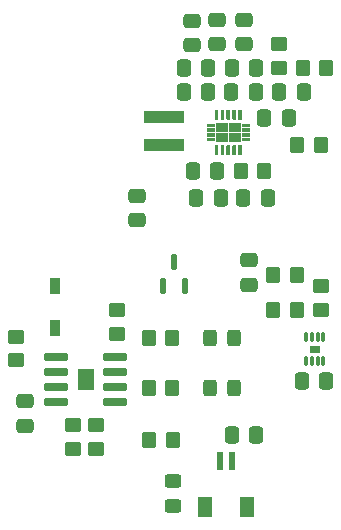
<source format=gtp>
%TF.GenerationSoftware,KiCad,Pcbnew,8.0.6*%
%TF.CreationDate,2025-06-09T20:20:09-07:00*%
%TF.ProjectId,ESP32_Clock_Gallery,45535033-325f-4436-9c6f-636b5f47616c,rev?*%
%TF.SameCoordinates,Original*%
%TF.FileFunction,Paste,Top*%
%TF.FilePolarity,Positive*%
%FSLAX46Y46*%
G04 Gerber Fmt 4.6, Leading zero omitted, Abs format (unit mm)*
G04 Created by KiCad (PCBNEW 8.0.6) date 2025-06-09 20:20:09*
%MOMM*%
%LPD*%
G01*
G04 APERTURE LIST*
G04 Aperture macros list*
%AMRoundRect*
0 Rectangle with rounded corners*
0 $1 Rounding radius*
0 $2 $3 $4 $5 $6 $7 $8 $9 X,Y pos of 4 corners*
0 Add a 4 corners polygon primitive as box body*
4,1,4,$2,$3,$4,$5,$6,$7,$8,$9,$2,$3,0*
0 Add four circle primitives for the rounded corners*
1,1,$1+$1,$2,$3*
1,1,$1+$1,$4,$5*
1,1,$1+$1,$6,$7*
1,1,$1+$1,$8,$9*
0 Add four rect primitives between the rounded corners*
20,1,$1+$1,$2,$3,$4,$5,0*
20,1,$1+$1,$4,$5,$6,$7,0*
20,1,$1+$1,$6,$7,$8,$9,0*
20,1,$1+$1,$8,$9,$2,$3,0*%
G04 Aperture macros list end*
%ADD10C,0.010000*%
%ADD11RoundRect,0.250000X-0.337500X-0.475000X0.337500X-0.475000X0.337500X0.475000X-0.337500X0.475000X0*%
%ADD12RoundRect,0.250000X-0.450000X0.350000X-0.450000X-0.350000X0.450000X-0.350000X0.450000X0.350000X0*%
%ADD13RoundRect,0.250000X-0.475000X0.337500X-0.475000X-0.337500X0.475000X-0.337500X0.475000X0.337500X0*%
%ADD14RoundRect,0.250000X0.337500X0.475000X-0.337500X0.475000X-0.337500X-0.475000X0.337500X-0.475000X0*%
%ADD15RoundRect,0.250000X-0.350000X-0.450000X0.350000X-0.450000X0.350000X0.450000X-0.350000X0.450000X0*%
%ADD16RoundRect,0.147500X0.147500X-0.502500X0.147500X0.502500X-0.147500X0.502500X-0.147500X-0.502500X0*%
%ADD17RoundRect,0.250000X0.450000X-0.350000X0.450000X0.350000X-0.450000X0.350000X-0.450000X-0.350000X0*%
%ADD18RoundRect,0.250000X0.350000X0.450000X-0.350000X0.450000X-0.350000X-0.450000X0.350000X-0.450000X0*%
%ADD19RoundRect,0.075000X-0.910000X-0.225000X0.910000X-0.225000X0.910000X0.225000X-0.910000X0.225000X0*%
%ADD20RoundRect,0.250000X-0.325000X-0.450000X0.325000X-0.450000X0.325000X0.450000X-0.325000X0.450000X0*%
%ADD21RoundRect,0.250000X0.475000X-0.337500X0.475000X0.337500X-0.475000X0.337500X-0.475000X-0.337500X0*%
%ADD22R,0.889000X1.473200*%
%ADD23RoundRect,0.250000X0.450000X-0.325000X0.450000X0.325000X-0.450000X0.325000X-0.450000X-0.325000X0*%
%ADD24R,0.600000X1.550000*%
%ADD25R,1.200000X1.800000*%
%ADD26R,3.400000X0.980000*%
%ADD27RoundRect,0.033750X0.101250X-0.346250X0.101250X0.346250X-0.101250X0.346250X-0.101250X-0.346250X0*%
G04 APERTURE END LIST*
D10*
X116990000Y-103665000D02*
X115700000Y-103665000D01*
X115700000Y-102025000D01*
X116990000Y-102025000D01*
X116990000Y-103665000D01*
G36*
X116990000Y-103665000D02*
G01*
X115700000Y-103665000D01*
X115700000Y-102025000D01*
X116990000Y-102025000D01*
X116990000Y-103665000D01*
G37*
X127240000Y-81440000D02*
X126640000Y-81440000D01*
X126640000Y-81210000D01*
X127240000Y-81210000D01*
X127240000Y-81440000D01*
G36*
X127240000Y-81440000D02*
G01*
X126640000Y-81440000D01*
X126640000Y-81210000D01*
X127240000Y-81210000D01*
X127240000Y-81440000D01*
G37*
X127240000Y-81840000D02*
X126640000Y-81840000D01*
X126640000Y-81610000D01*
X127240000Y-81610000D01*
X127240000Y-81840000D01*
G36*
X127240000Y-81840000D02*
G01*
X126640000Y-81840000D01*
X126640000Y-81610000D01*
X127240000Y-81610000D01*
X127240000Y-81840000D01*
G37*
X127240000Y-82240000D02*
X126640000Y-82240000D01*
X126640000Y-82010000D01*
X127240000Y-82010000D01*
X127240000Y-82240000D01*
G36*
X127240000Y-82240000D02*
G01*
X126640000Y-82240000D01*
X126640000Y-82010000D01*
X127240000Y-82010000D01*
X127240000Y-82240000D01*
G37*
X127240000Y-82640000D02*
X126640000Y-82640000D01*
X126640000Y-82410000D01*
X127240000Y-82410000D01*
X127240000Y-82640000D01*
G36*
X127240000Y-82640000D02*
G01*
X126640000Y-82640000D01*
X126640000Y-82410000D01*
X127240000Y-82410000D01*
X127240000Y-82640000D01*
G37*
X128290000Y-81815000D02*
X127390000Y-81815000D01*
X127390000Y-81165000D01*
X128290000Y-81165000D01*
X128290000Y-81815000D01*
G36*
X128290000Y-81815000D02*
G01*
X127390000Y-81815000D01*
X127390000Y-81165000D01*
X128290000Y-81165000D01*
X128290000Y-81815000D01*
G37*
X128290000Y-82685000D02*
X127390000Y-82685000D01*
X127390000Y-82035000D01*
X128290000Y-82035000D01*
X128290000Y-82685000D01*
G36*
X128290000Y-82685000D02*
G01*
X127390000Y-82685000D01*
X127390000Y-82035000D01*
X128290000Y-82035000D01*
X128290000Y-82685000D01*
G37*
X129410000Y-81815000D02*
X128510000Y-81815000D01*
X128510000Y-81165000D01*
X129410000Y-81165000D01*
X129410000Y-81815000D01*
G36*
X129410000Y-81815000D02*
G01*
X128510000Y-81815000D01*
X128510000Y-81165000D01*
X129410000Y-81165000D01*
X129410000Y-81815000D01*
G37*
X129410000Y-82685000D02*
X128510000Y-82685000D01*
X128510000Y-82035000D01*
X129410000Y-82035000D01*
X129410000Y-82685000D01*
G36*
X129410000Y-82685000D02*
G01*
X128510000Y-82685000D01*
X128510000Y-82035000D01*
X129410000Y-82035000D01*
X129410000Y-82685000D01*
G37*
X130160000Y-81440000D02*
X129560000Y-81440000D01*
X129560000Y-81210000D01*
X130160000Y-81210000D01*
X130160000Y-81440000D01*
G36*
X130160000Y-81440000D02*
G01*
X129560000Y-81440000D01*
X129560000Y-81210000D01*
X130160000Y-81210000D01*
X130160000Y-81440000D01*
G37*
X130160000Y-81840000D02*
X129560000Y-81840000D01*
X129560000Y-81610000D01*
X130160000Y-81610000D01*
X130160000Y-81840000D01*
G36*
X130160000Y-81840000D02*
G01*
X129560000Y-81840000D01*
X129560000Y-81610000D01*
X130160000Y-81610000D01*
X130160000Y-81840000D01*
G37*
X130160000Y-82240000D02*
X129560000Y-82240000D01*
X129560000Y-82010000D01*
X130160000Y-82010000D01*
X130160000Y-82240000D01*
G36*
X130160000Y-82240000D02*
G01*
X129560000Y-82240000D01*
X129560000Y-82010000D01*
X130160000Y-82010000D01*
X130160000Y-82240000D01*
G37*
X130160000Y-82640000D02*
X129560000Y-82640000D01*
X129560000Y-82410000D01*
X130160000Y-82410000D01*
X130160000Y-82640000D01*
G36*
X130160000Y-82640000D02*
G01*
X129560000Y-82640000D01*
X129560000Y-82410000D01*
X130160000Y-82410000D01*
X130160000Y-82640000D01*
G37*
X127515000Y-80710000D02*
X127515000Y-80716000D01*
X127516000Y-80722000D01*
X127515000Y-80729000D01*
X127515000Y-80736000D01*
X127514000Y-80743000D01*
X127513000Y-80749000D01*
X127511000Y-80756000D01*
X127509000Y-80762000D01*
X127507000Y-80768000D01*
X127505000Y-80775000D01*
X127502000Y-80781000D01*
X127498000Y-80787000D01*
X127495000Y-80792000D01*
X127491000Y-80798000D01*
X127487000Y-80803000D01*
X127483000Y-80808000D01*
X127478000Y-80813000D01*
X127473000Y-80818000D01*
X127468000Y-80822000D01*
X127463000Y-80826000D01*
X127457000Y-80830000D01*
X127452000Y-80833000D01*
X127446000Y-80837000D01*
X127440000Y-80840000D01*
X127433000Y-80842000D01*
X127427000Y-80844000D01*
X127421000Y-80846000D01*
X127414000Y-80848000D01*
X127408000Y-80849000D01*
X127400000Y-80850000D01*
X127392000Y-80849000D01*
X127386000Y-80848000D01*
X127379000Y-80846000D01*
X127373000Y-80844000D01*
X127367000Y-80842000D01*
X127360000Y-80840000D01*
X127354000Y-80837000D01*
X127348000Y-80833000D01*
X127343000Y-80830000D01*
X127337000Y-80826000D01*
X127332000Y-80822000D01*
X127327000Y-80818000D01*
X127322000Y-80813000D01*
X127317000Y-80808000D01*
X127313000Y-80803000D01*
X127309000Y-80798000D01*
X127305000Y-80792000D01*
X127302000Y-80787000D01*
X127298000Y-80781000D01*
X127295000Y-80775000D01*
X127293000Y-80768000D01*
X127291000Y-80762000D01*
X127289000Y-80756000D01*
X127287000Y-80749000D01*
X127286000Y-80743000D01*
X127285000Y-80736000D01*
X127285000Y-80729000D01*
X127284000Y-80722000D01*
X127285000Y-80716000D01*
X127285000Y-80710000D01*
X127285000Y-80050000D01*
X127515000Y-80050000D01*
X127515000Y-80710000D01*
G36*
X127515000Y-80710000D02*
G01*
X127515000Y-80716000D01*
X127516000Y-80722000D01*
X127515000Y-80729000D01*
X127515000Y-80736000D01*
X127514000Y-80743000D01*
X127513000Y-80749000D01*
X127511000Y-80756000D01*
X127509000Y-80762000D01*
X127507000Y-80768000D01*
X127505000Y-80775000D01*
X127502000Y-80781000D01*
X127498000Y-80787000D01*
X127495000Y-80792000D01*
X127491000Y-80798000D01*
X127487000Y-80803000D01*
X127483000Y-80808000D01*
X127478000Y-80813000D01*
X127473000Y-80818000D01*
X127468000Y-80822000D01*
X127463000Y-80826000D01*
X127457000Y-80830000D01*
X127452000Y-80833000D01*
X127446000Y-80837000D01*
X127440000Y-80840000D01*
X127433000Y-80842000D01*
X127427000Y-80844000D01*
X127421000Y-80846000D01*
X127414000Y-80848000D01*
X127408000Y-80849000D01*
X127400000Y-80850000D01*
X127392000Y-80849000D01*
X127386000Y-80848000D01*
X127379000Y-80846000D01*
X127373000Y-80844000D01*
X127367000Y-80842000D01*
X127360000Y-80840000D01*
X127354000Y-80837000D01*
X127348000Y-80833000D01*
X127343000Y-80830000D01*
X127337000Y-80826000D01*
X127332000Y-80822000D01*
X127327000Y-80818000D01*
X127322000Y-80813000D01*
X127317000Y-80808000D01*
X127313000Y-80803000D01*
X127309000Y-80798000D01*
X127305000Y-80792000D01*
X127302000Y-80787000D01*
X127298000Y-80781000D01*
X127295000Y-80775000D01*
X127293000Y-80768000D01*
X127291000Y-80762000D01*
X127289000Y-80756000D01*
X127287000Y-80749000D01*
X127286000Y-80743000D01*
X127285000Y-80736000D01*
X127285000Y-80729000D01*
X127284000Y-80722000D01*
X127285000Y-80716000D01*
X127285000Y-80710000D01*
X127285000Y-80050000D01*
X127515000Y-80050000D01*
X127515000Y-80710000D01*
G37*
X127408000Y-83001000D02*
X127414000Y-83002000D01*
X127421000Y-83004000D01*
X127427000Y-83006000D01*
X127433000Y-83008000D01*
X127440000Y-83010000D01*
X127446000Y-83013000D01*
X127452000Y-83017000D01*
X127457000Y-83020000D01*
X127463000Y-83024000D01*
X127468000Y-83028000D01*
X127473000Y-83032000D01*
X127478000Y-83037000D01*
X127483000Y-83042000D01*
X127487000Y-83047000D01*
X127491000Y-83052000D01*
X127495000Y-83058000D01*
X127498000Y-83063000D01*
X127502000Y-83069000D01*
X127505000Y-83075000D01*
X127507000Y-83082000D01*
X127509000Y-83088000D01*
X127511000Y-83094000D01*
X127513000Y-83101000D01*
X127514000Y-83107000D01*
X127515000Y-83114000D01*
X127515000Y-83121000D01*
X127516000Y-83128000D01*
X127515000Y-83134000D01*
X127515000Y-83140000D01*
X127515000Y-83800000D01*
X127285000Y-83800000D01*
X127285000Y-83140000D01*
X127285000Y-83134000D01*
X127284000Y-83128000D01*
X127285000Y-83121000D01*
X127285000Y-83114000D01*
X127286000Y-83107000D01*
X127287000Y-83101000D01*
X127289000Y-83094000D01*
X127291000Y-83088000D01*
X127293000Y-83082000D01*
X127295000Y-83075000D01*
X127298000Y-83069000D01*
X127302000Y-83063000D01*
X127305000Y-83058000D01*
X127309000Y-83052000D01*
X127313000Y-83047000D01*
X127317000Y-83042000D01*
X127322000Y-83037000D01*
X127327000Y-83032000D01*
X127332000Y-83028000D01*
X127337000Y-83024000D01*
X127343000Y-83020000D01*
X127348000Y-83017000D01*
X127354000Y-83013000D01*
X127360000Y-83010000D01*
X127367000Y-83008000D01*
X127373000Y-83006000D01*
X127379000Y-83004000D01*
X127386000Y-83002000D01*
X127392000Y-83001000D01*
X127400000Y-83000000D01*
X127408000Y-83001000D01*
G36*
X127408000Y-83001000D02*
G01*
X127414000Y-83002000D01*
X127421000Y-83004000D01*
X127427000Y-83006000D01*
X127433000Y-83008000D01*
X127440000Y-83010000D01*
X127446000Y-83013000D01*
X127452000Y-83017000D01*
X127457000Y-83020000D01*
X127463000Y-83024000D01*
X127468000Y-83028000D01*
X127473000Y-83032000D01*
X127478000Y-83037000D01*
X127483000Y-83042000D01*
X127487000Y-83047000D01*
X127491000Y-83052000D01*
X127495000Y-83058000D01*
X127498000Y-83063000D01*
X127502000Y-83069000D01*
X127505000Y-83075000D01*
X127507000Y-83082000D01*
X127509000Y-83088000D01*
X127511000Y-83094000D01*
X127513000Y-83101000D01*
X127514000Y-83107000D01*
X127515000Y-83114000D01*
X127515000Y-83121000D01*
X127516000Y-83128000D01*
X127515000Y-83134000D01*
X127515000Y-83140000D01*
X127515000Y-83800000D01*
X127285000Y-83800000D01*
X127285000Y-83140000D01*
X127285000Y-83134000D01*
X127284000Y-83128000D01*
X127285000Y-83121000D01*
X127285000Y-83114000D01*
X127286000Y-83107000D01*
X127287000Y-83101000D01*
X127289000Y-83094000D01*
X127291000Y-83088000D01*
X127293000Y-83082000D01*
X127295000Y-83075000D01*
X127298000Y-83069000D01*
X127302000Y-83063000D01*
X127305000Y-83058000D01*
X127309000Y-83052000D01*
X127313000Y-83047000D01*
X127317000Y-83042000D01*
X127322000Y-83037000D01*
X127327000Y-83032000D01*
X127332000Y-83028000D01*
X127337000Y-83024000D01*
X127343000Y-83020000D01*
X127348000Y-83017000D01*
X127354000Y-83013000D01*
X127360000Y-83010000D01*
X127367000Y-83008000D01*
X127373000Y-83006000D01*
X127379000Y-83004000D01*
X127386000Y-83002000D01*
X127392000Y-83001000D01*
X127400000Y-83000000D01*
X127408000Y-83001000D01*
G37*
X128015000Y-80710000D02*
X128015000Y-80716000D01*
X128016000Y-80722000D01*
X128015000Y-80729000D01*
X128015000Y-80736000D01*
X128014000Y-80743000D01*
X128013000Y-80749000D01*
X128011000Y-80756000D01*
X128009000Y-80762000D01*
X128007000Y-80768000D01*
X128005000Y-80775000D01*
X128002000Y-80781000D01*
X127998000Y-80787000D01*
X127995000Y-80792000D01*
X127991000Y-80798000D01*
X127987000Y-80803000D01*
X127983000Y-80808000D01*
X127978000Y-80813000D01*
X127973000Y-80818000D01*
X127968000Y-80822000D01*
X127963000Y-80826000D01*
X127957000Y-80830000D01*
X127952000Y-80833000D01*
X127946000Y-80837000D01*
X127940000Y-80840000D01*
X127933000Y-80842000D01*
X127927000Y-80844000D01*
X127921000Y-80846000D01*
X127914000Y-80848000D01*
X127908000Y-80849000D01*
X127900000Y-80850000D01*
X127892000Y-80849000D01*
X127886000Y-80848000D01*
X127879000Y-80846000D01*
X127873000Y-80844000D01*
X127867000Y-80842000D01*
X127860000Y-80840000D01*
X127854000Y-80837000D01*
X127848000Y-80833000D01*
X127843000Y-80830000D01*
X127837000Y-80826000D01*
X127832000Y-80822000D01*
X127827000Y-80818000D01*
X127822000Y-80813000D01*
X127817000Y-80808000D01*
X127813000Y-80803000D01*
X127809000Y-80798000D01*
X127805000Y-80792000D01*
X127802000Y-80787000D01*
X127798000Y-80781000D01*
X127795000Y-80775000D01*
X127793000Y-80768000D01*
X127791000Y-80762000D01*
X127789000Y-80756000D01*
X127787000Y-80749000D01*
X127786000Y-80743000D01*
X127785000Y-80736000D01*
X127785000Y-80729000D01*
X127784000Y-80722000D01*
X127785000Y-80716000D01*
X127785000Y-80710000D01*
X127785000Y-80050000D01*
X128015000Y-80050000D01*
X128015000Y-80710000D01*
G36*
X128015000Y-80710000D02*
G01*
X128015000Y-80716000D01*
X128016000Y-80722000D01*
X128015000Y-80729000D01*
X128015000Y-80736000D01*
X128014000Y-80743000D01*
X128013000Y-80749000D01*
X128011000Y-80756000D01*
X128009000Y-80762000D01*
X128007000Y-80768000D01*
X128005000Y-80775000D01*
X128002000Y-80781000D01*
X127998000Y-80787000D01*
X127995000Y-80792000D01*
X127991000Y-80798000D01*
X127987000Y-80803000D01*
X127983000Y-80808000D01*
X127978000Y-80813000D01*
X127973000Y-80818000D01*
X127968000Y-80822000D01*
X127963000Y-80826000D01*
X127957000Y-80830000D01*
X127952000Y-80833000D01*
X127946000Y-80837000D01*
X127940000Y-80840000D01*
X127933000Y-80842000D01*
X127927000Y-80844000D01*
X127921000Y-80846000D01*
X127914000Y-80848000D01*
X127908000Y-80849000D01*
X127900000Y-80850000D01*
X127892000Y-80849000D01*
X127886000Y-80848000D01*
X127879000Y-80846000D01*
X127873000Y-80844000D01*
X127867000Y-80842000D01*
X127860000Y-80840000D01*
X127854000Y-80837000D01*
X127848000Y-80833000D01*
X127843000Y-80830000D01*
X127837000Y-80826000D01*
X127832000Y-80822000D01*
X127827000Y-80818000D01*
X127822000Y-80813000D01*
X127817000Y-80808000D01*
X127813000Y-80803000D01*
X127809000Y-80798000D01*
X127805000Y-80792000D01*
X127802000Y-80787000D01*
X127798000Y-80781000D01*
X127795000Y-80775000D01*
X127793000Y-80768000D01*
X127791000Y-80762000D01*
X127789000Y-80756000D01*
X127787000Y-80749000D01*
X127786000Y-80743000D01*
X127785000Y-80736000D01*
X127785000Y-80729000D01*
X127784000Y-80722000D01*
X127785000Y-80716000D01*
X127785000Y-80710000D01*
X127785000Y-80050000D01*
X128015000Y-80050000D01*
X128015000Y-80710000D01*
G37*
X127908000Y-83001000D02*
X127914000Y-83002000D01*
X127921000Y-83004000D01*
X127927000Y-83006000D01*
X127933000Y-83008000D01*
X127940000Y-83010000D01*
X127946000Y-83013000D01*
X127952000Y-83017000D01*
X127957000Y-83020000D01*
X127963000Y-83024000D01*
X127968000Y-83028000D01*
X127973000Y-83032000D01*
X127978000Y-83037000D01*
X127983000Y-83042000D01*
X127987000Y-83047000D01*
X127991000Y-83052000D01*
X127995000Y-83058000D01*
X127998000Y-83063000D01*
X128002000Y-83069000D01*
X128005000Y-83075000D01*
X128007000Y-83082000D01*
X128009000Y-83088000D01*
X128011000Y-83094000D01*
X128013000Y-83101000D01*
X128014000Y-83107000D01*
X128015000Y-83114000D01*
X128015000Y-83121000D01*
X128016000Y-83128000D01*
X128015000Y-83134000D01*
X128015000Y-83140000D01*
X128015000Y-83800000D01*
X127785000Y-83800000D01*
X127785000Y-83140000D01*
X127785000Y-83134000D01*
X127784000Y-83128000D01*
X127785000Y-83121000D01*
X127785000Y-83114000D01*
X127786000Y-83107000D01*
X127787000Y-83101000D01*
X127789000Y-83094000D01*
X127791000Y-83088000D01*
X127793000Y-83082000D01*
X127795000Y-83075000D01*
X127798000Y-83069000D01*
X127802000Y-83063000D01*
X127805000Y-83058000D01*
X127809000Y-83052000D01*
X127813000Y-83047000D01*
X127817000Y-83042000D01*
X127822000Y-83037000D01*
X127827000Y-83032000D01*
X127832000Y-83028000D01*
X127837000Y-83024000D01*
X127843000Y-83020000D01*
X127848000Y-83017000D01*
X127854000Y-83013000D01*
X127860000Y-83010000D01*
X127867000Y-83008000D01*
X127873000Y-83006000D01*
X127879000Y-83004000D01*
X127886000Y-83002000D01*
X127892000Y-83001000D01*
X127900000Y-83000000D01*
X127908000Y-83001000D01*
G36*
X127908000Y-83001000D02*
G01*
X127914000Y-83002000D01*
X127921000Y-83004000D01*
X127927000Y-83006000D01*
X127933000Y-83008000D01*
X127940000Y-83010000D01*
X127946000Y-83013000D01*
X127952000Y-83017000D01*
X127957000Y-83020000D01*
X127963000Y-83024000D01*
X127968000Y-83028000D01*
X127973000Y-83032000D01*
X127978000Y-83037000D01*
X127983000Y-83042000D01*
X127987000Y-83047000D01*
X127991000Y-83052000D01*
X127995000Y-83058000D01*
X127998000Y-83063000D01*
X128002000Y-83069000D01*
X128005000Y-83075000D01*
X128007000Y-83082000D01*
X128009000Y-83088000D01*
X128011000Y-83094000D01*
X128013000Y-83101000D01*
X128014000Y-83107000D01*
X128015000Y-83114000D01*
X128015000Y-83121000D01*
X128016000Y-83128000D01*
X128015000Y-83134000D01*
X128015000Y-83140000D01*
X128015000Y-83800000D01*
X127785000Y-83800000D01*
X127785000Y-83140000D01*
X127785000Y-83134000D01*
X127784000Y-83128000D01*
X127785000Y-83121000D01*
X127785000Y-83114000D01*
X127786000Y-83107000D01*
X127787000Y-83101000D01*
X127789000Y-83094000D01*
X127791000Y-83088000D01*
X127793000Y-83082000D01*
X127795000Y-83075000D01*
X127798000Y-83069000D01*
X127802000Y-83063000D01*
X127805000Y-83058000D01*
X127809000Y-83052000D01*
X127813000Y-83047000D01*
X127817000Y-83042000D01*
X127822000Y-83037000D01*
X127827000Y-83032000D01*
X127832000Y-83028000D01*
X127837000Y-83024000D01*
X127843000Y-83020000D01*
X127848000Y-83017000D01*
X127854000Y-83013000D01*
X127860000Y-83010000D01*
X127867000Y-83008000D01*
X127873000Y-83006000D01*
X127879000Y-83004000D01*
X127886000Y-83002000D01*
X127892000Y-83001000D01*
X127900000Y-83000000D01*
X127908000Y-83001000D01*
G37*
X128515000Y-80710000D02*
X128515000Y-80716000D01*
X128516000Y-80722000D01*
X128515000Y-80729000D01*
X128515000Y-80736000D01*
X128514000Y-80743000D01*
X128513000Y-80749000D01*
X128511000Y-80756000D01*
X128509000Y-80762000D01*
X128507000Y-80768000D01*
X128505000Y-80775000D01*
X128502000Y-80781000D01*
X128498000Y-80787000D01*
X128495000Y-80792000D01*
X128491000Y-80798000D01*
X128487000Y-80803000D01*
X128483000Y-80808000D01*
X128478000Y-80813000D01*
X128473000Y-80818000D01*
X128468000Y-80822000D01*
X128463000Y-80826000D01*
X128457000Y-80830000D01*
X128452000Y-80833000D01*
X128446000Y-80837000D01*
X128440000Y-80840000D01*
X128433000Y-80842000D01*
X128427000Y-80844000D01*
X128421000Y-80846000D01*
X128414000Y-80848000D01*
X128408000Y-80849000D01*
X128400000Y-80850000D01*
X128392000Y-80849000D01*
X128386000Y-80848000D01*
X128379000Y-80846000D01*
X128373000Y-80844000D01*
X128367000Y-80842000D01*
X128360000Y-80840000D01*
X128354000Y-80837000D01*
X128348000Y-80833000D01*
X128343000Y-80830000D01*
X128337000Y-80826000D01*
X128332000Y-80822000D01*
X128327000Y-80818000D01*
X128322000Y-80813000D01*
X128317000Y-80808000D01*
X128313000Y-80803000D01*
X128309000Y-80798000D01*
X128305000Y-80792000D01*
X128302000Y-80787000D01*
X128298000Y-80781000D01*
X128295000Y-80775000D01*
X128293000Y-80768000D01*
X128291000Y-80762000D01*
X128289000Y-80756000D01*
X128287000Y-80749000D01*
X128286000Y-80743000D01*
X128285000Y-80736000D01*
X128285000Y-80729000D01*
X128284000Y-80722000D01*
X128285000Y-80716000D01*
X128285000Y-80710000D01*
X128285000Y-80050000D01*
X128515000Y-80050000D01*
X128515000Y-80710000D01*
G36*
X128515000Y-80710000D02*
G01*
X128515000Y-80716000D01*
X128516000Y-80722000D01*
X128515000Y-80729000D01*
X128515000Y-80736000D01*
X128514000Y-80743000D01*
X128513000Y-80749000D01*
X128511000Y-80756000D01*
X128509000Y-80762000D01*
X128507000Y-80768000D01*
X128505000Y-80775000D01*
X128502000Y-80781000D01*
X128498000Y-80787000D01*
X128495000Y-80792000D01*
X128491000Y-80798000D01*
X128487000Y-80803000D01*
X128483000Y-80808000D01*
X128478000Y-80813000D01*
X128473000Y-80818000D01*
X128468000Y-80822000D01*
X128463000Y-80826000D01*
X128457000Y-80830000D01*
X128452000Y-80833000D01*
X128446000Y-80837000D01*
X128440000Y-80840000D01*
X128433000Y-80842000D01*
X128427000Y-80844000D01*
X128421000Y-80846000D01*
X128414000Y-80848000D01*
X128408000Y-80849000D01*
X128400000Y-80850000D01*
X128392000Y-80849000D01*
X128386000Y-80848000D01*
X128379000Y-80846000D01*
X128373000Y-80844000D01*
X128367000Y-80842000D01*
X128360000Y-80840000D01*
X128354000Y-80837000D01*
X128348000Y-80833000D01*
X128343000Y-80830000D01*
X128337000Y-80826000D01*
X128332000Y-80822000D01*
X128327000Y-80818000D01*
X128322000Y-80813000D01*
X128317000Y-80808000D01*
X128313000Y-80803000D01*
X128309000Y-80798000D01*
X128305000Y-80792000D01*
X128302000Y-80787000D01*
X128298000Y-80781000D01*
X128295000Y-80775000D01*
X128293000Y-80768000D01*
X128291000Y-80762000D01*
X128289000Y-80756000D01*
X128287000Y-80749000D01*
X128286000Y-80743000D01*
X128285000Y-80736000D01*
X128285000Y-80729000D01*
X128284000Y-80722000D01*
X128285000Y-80716000D01*
X128285000Y-80710000D01*
X128285000Y-80050000D01*
X128515000Y-80050000D01*
X128515000Y-80710000D01*
G37*
X128408000Y-83001000D02*
X128414000Y-83002000D01*
X128421000Y-83004000D01*
X128427000Y-83006000D01*
X128433000Y-83008000D01*
X128440000Y-83010000D01*
X128446000Y-83013000D01*
X128452000Y-83017000D01*
X128457000Y-83020000D01*
X128463000Y-83024000D01*
X128468000Y-83028000D01*
X128473000Y-83032000D01*
X128478000Y-83037000D01*
X128483000Y-83042000D01*
X128487000Y-83047000D01*
X128491000Y-83052000D01*
X128495000Y-83058000D01*
X128498000Y-83063000D01*
X128502000Y-83069000D01*
X128505000Y-83075000D01*
X128507000Y-83082000D01*
X128509000Y-83088000D01*
X128511000Y-83094000D01*
X128513000Y-83101000D01*
X128514000Y-83107000D01*
X128515000Y-83114000D01*
X128515000Y-83121000D01*
X128516000Y-83128000D01*
X128515000Y-83134000D01*
X128515000Y-83140000D01*
X128515000Y-83800000D01*
X128285000Y-83800000D01*
X128285000Y-83140000D01*
X128285000Y-83134000D01*
X128284000Y-83128000D01*
X128285000Y-83121000D01*
X128285000Y-83114000D01*
X128286000Y-83107000D01*
X128287000Y-83101000D01*
X128289000Y-83094000D01*
X128291000Y-83088000D01*
X128293000Y-83082000D01*
X128295000Y-83075000D01*
X128298000Y-83069000D01*
X128302000Y-83063000D01*
X128305000Y-83058000D01*
X128309000Y-83052000D01*
X128313000Y-83047000D01*
X128317000Y-83042000D01*
X128322000Y-83037000D01*
X128327000Y-83032000D01*
X128332000Y-83028000D01*
X128337000Y-83024000D01*
X128343000Y-83020000D01*
X128348000Y-83017000D01*
X128354000Y-83013000D01*
X128360000Y-83010000D01*
X128367000Y-83008000D01*
X128373000Y-83006000D01*
X128379000Y-83004000D01*
X128386000Y-83002000D01*
X128392000Y-83001000D01*
X128400000Y-83000000D01*
X128408000Y-83001000D01*
G36*
X128408000Y-83001000D02*
G01*
X128414000Y-83002000D01*
X128421000Y-83004000D01*
X128427000Y-83006000D01*
X128433000Y-83008000D01*
X128440000Y-83010000D01*
X128446000Y-83013000D01*
X128452000Y-83017000D01*
X128457000Y-83020000D01*
X128463000Y-83024000D01*
X128468000Y-83028000D01*
X128473000Y-83032000D01*
X128478000Y-83037000D01*
X128483000Y-83042000D01*
X128487000Y-83047000D01*
X128491000Y-83052000D01*
X128495000Y-83058000D01*
X128498000Y-83063000D01*
X128502000Y-83069000D01*
X128505000Y-83075000D01*
X128507000Y-83082000D01*
X128509000Y-83088000D01*
X128511000Y-83094000D01*
X128513000Y-83101000D01*
X128514000Y-83107000D01*
X128515000Y-83114000D01*
X128515000Y-83121000D01*
X128516000Y-83128000D01*
X128515000Y-83134000D01*
X128515000Y-83140000D01*
X128515000Y-83800000D01*
X128285000Y-83800000D01*
X128285000Y-83140000D01*
X128285000Y-83134000D01*
X128284000Y-83128000D01*
X128285000Y-83121000D01*
X128285000Y-83114000D01*
X128286000Y-83107000D01*
X128287000Y-83101000D01*
X128289000Y-83094000D01*
X128291000Y-83088000D01*
X128293000Y-83082000D01*
X128295000Y-83075000D01*
X128298000Y-83069000D01*
X128302000Y-83063000D01*
X128305000Y-83058000D01*
X128309000Y-83052000D01*
X128313000Y-83047000D01*
X128317000Y-83042000D01*
X128322000Y-83037000D01*
X128327000Y-83032000D01*
X128332000Y-83028000D01*
X128337000Y-83024000D01*
X128343000Y-83020000D01*
X128348000Y-83017000D01*
X128354000Y-83013000D01*
X128360000Y-83010000D01*
X128367000Y-83008000D01*
X128373000Y-83006000D01*
X128379000Y-83004000D01*
X128386000Y-83002000D01*
X128392000Y-83001000D01*
X128400000Y-83000000D01*
X128408000Y-83001000D01*
G37*
X129015000Y-80710000D02*
X129015000Y-80716000D01*
X129016000Y-80722000D01*
X129015000Y-80729000D01*
X129015000Y-80736000D01*
X129014000Y-80743000D01*
X129013000Y-80749000D01*
X129011000Y-80756000D01*
X129009000Y-80762000D01*
X129007000Y-80768000D01*
X129005000Y-80775000D01*
X129002000Y-80781000D01*
X128998000Y-80787000D01*
X128995000Y-80792000D01*
X128991000Y-80798000D01*
X128987000Y-80803000D01*
X128983000Y-80808000D01*
X128978000Y-80813000D01*
X128973000Y-80818000D01*
X128968000Y-80822000D01*
X128963000Y-80826000D01*
X128957000Y-80830000D01*
X128952000Y-80833000D01*
X128946000Y-80837000D01*
X128940000Y-80840000D01*
X128933000Y-80842000D01*
X128927000Y-80844000D01*
X128921000Y-80846000D01*
X128914000Y-80848000D01*
X128908000Y-80849000D01*
X128900000Y-80850000D01*
X128892000Y-80849000D01*
X128886000Y-80848000D01*
X128879000Y-80846000D01*
X128873000Y-80844000D01*
X128867000Y-80842000D01*
X128860000Y-80840000D01*
X128854000Y-80837000D01*
X128848000Y-80833000D01*
X128843000Y-80830000D01*
X128837000Y-80826000D01*
X128832000Y-80822000D01*
X128827000Y-80818000D01*
X128822000Y-80813000D01*
X128817000Y-80808000D01*
X128813000Y-80803000D01*
X128809000Y-80798000D01*
X128805000Y-80792000D01*
X128802000Y-80787000D01*
X128798000Y-80781000D01*
X128795000Y-80775000D01*
X128793000Y-80768000D01*
X128791000Y-80762000D01*
X128789000Y-80756000D01*
X128787000Y-80749000D01*
X128786000Y-80743000D01*
X128785000Y-80736000D01*
X128785000Y-80729000D01*
X128784000Y-80722000D01*
X128785000Y-80716000D01*
X128785000Y-80710000D01*
X128785000Y-80050000D01*
X129015000Y-80050000D01*
X129015000Y-80710000D01*
G36*
X129015000Y-80710000D02*
G01*
X129015000Y-80716000D01*
X129016000Y-80722000D01*
X129015000Y-80729000D01*
X129015000Y-80736000D01*
X129014000Y-80743000D01*
X129013000Y-80749000D01*
X129011000Y-80756000D01*
X129009000Y-80762000D01*
X129007000Y-80768000D01*
X129005000Y-80775000D01*
X129002000Y-80781000D01*
X128998000Y-80787000D01*
X128995000Y-80792000D01*
X128991000Y-80798000D01*
X128987000Y-80803000D01*
X128983000Y-80808000D01*
X128978000Y-80813000D01*
X128973000Y-80818000D01*
X128968000Y-80822000D01*
X128963000Y-80826000D01*
X128957000Y-80830000D01*
X128952000Y-80833000D01*
X128946000Y-80837000D01*
X128940000Y-80840000D01*
X128933000Y-80842000D01*
X128927000Y-80844000D01*
X128921000Y-80846000D01*
X128914000Y-80848000D01*
X128908000Y-80849000D01*
X128900000Y-80850000D01*
X128892000Y-80849000D01*
X128886000Y-80848000D01*
X128879000Y-80846000D01*
X128873000Y-80844000D01*
X128867000Y-80842000D01*
X128860000Y-80840000D01*
X128854000Y-80837000D01*
X128848000Y-80833000D01*
X128843000Y-80830000D01*
X128837000Y-80826000D01*
X128832000Y-80822000D01*
X128827000Y-80818000D01*
X128822000Y-80813000D01*
X128817000Y-80808000D01*
X128813000Y-80803000D01*
X128809000Y-80798000D01*
X128805000Y-80792000D01*
X128802000Y-80787000D01*
X128798000Y-80781000D01*
X128795000Y-80775000D01*
X128793000Y-80768000D01*
X128791000Y-80762000D01*
X128789000Y-80756000D01*
X128787000Y-80749000D01*
X128786000Y-80743000D01*
X128785000Y-80736000D01*
X128785000Y-80729000D01*
X128784000Y-80722000D01*
X128785000Y-80716000D01*
X128785000Y-80710000D01*
X128785000Y-80050000D01*
X129015000Y-80050000D01*
X129015000Y-80710000D01*
G37*
X128908000Y-83001000D02*
X128914000Y-83002000D01*
X128921000Y-83004000D01*
X128927000Y-83006000D01*
X128933000Y-83008000D01*
X128940000Y-83010000D01*
X128946000Y-83013000D01*
X128952000Y-83017000D01*
X128957000Y-83020000D01*
X128963000Y-83024000D01*
X128968000Y-83028000D01*
X128973000Y-83032000D01*
X128978000Y-83037000D01*
X128983000Y-83042000D01*
X128987000Y-83047000D01*
X128991000Y-83052000D01*
X128995000Y-83058000D01*
X128998000Y-83063000D01*
X129002000Y-83069000D01*
X129005000Y-83075000D01*
X129007000Y-83082000D01*
X129009000Y-83088000D01*
X129011000Y-83094000D01*
X129013000Y-83101000D01*
X129014000Y-83107000D01*
X129015000Y-83114000D01*
X129015000Y-83121000D01*
X129016000Y-83128000D01*
X129015000Y-83134000D01*
X129015000Y-83140000D01*
X129015000Y-83800000D01*
X128785000Y-83800000D01*
X128785000Y-83140000D01*
X128785000Y-83134000D01*
X128784000Y-83128000D01*
X128785000Y-83121000D01*
X128785000Y-83114000D01*
X128786000Y-83107000D01*
X128787000Y-83101000D01*
X128789000Y-83094000D01*
X128791000Y-83088000D01*
X128793000Y-83082000D01*
X128795000Y-83075000D01*
X128798000Y-83069000D01*
X128802000Y-83063000D01*
X128805000Y-83058000D01*
X128809000Y-83052000D01*
X128813000Y-83047000D01*
X128817000Y-83042000D01*
X128822000Y-83037000D01*
X128827000Y-83032000D01*
X128832000Y-83028000D01*
X128837000Y-83024000D01*
X128843000Y-83020000D01*
X128848000Y-83017000D01*
X128854000Y-83013000D01*
X128860000Y-83010000D01*
X128867000Y-83008000D01*
X128873000Y-83006000D01*
X128879000Y-83004000D01*
X128886000Y-83002000D01*
X128892000Y-83001000D01*
X128900000Y-83000000D01*
X128908000Y-83001000D01*
G36*
X128908000Y-83001000D02*
G01*
X128914000Y-83002000D01*
X128921000Y-83004000D01*
X128927000Y-83006000D01*
X128933000Y-83008000D01*
X128940000Y-83010000D01*
X128946000Y-83013000D01*
X128952000Y-83017000D01*
X128957000Y-83020000D01*
X128963000Y-83024000D01*
X128968000Y-83028000D01*
X128973000Y-83032000D01*
X128978000Y-83037000D01*
X128983000Y-83042000D01*
X128987000Y-83047000D01*
X128991000Y-83052000D01*
X128995000Y-83058000D01*
X128998000Y-83063000D01*
X129002000Y-83069000D01*
X129005000Y-83075000D01*
X129007000Y-83082000D01*
X129009000Y-83088000D01*
X129011000Y-83094000D01*
X129013000Y-83101000D01*
X129014000Y-83107000D01*
X129015000Y-83114000D01*
X129015000Y-83121000D01*
X129016000Y-83128000D01*
X129015000Y-83134000D01*
X129015000Y-83140000D01*
X129015000Y-83800000D01*
X128785000Y-83800000D01*
X128785000Y-83140000D01*
X128785000Y-83134000D01*
X128784000Y-83128000D01*
X128785000Y-83121000D01*
X128785000Y-83114000D01*
X128786000Y-83107000D01*
X128787000Y-83101000D01*
X128789000Y-83094000D01*
X128791000Y-83088000D01*
X128793000Y-83082000D01*
X128795000Y-83075000D01*
X128798000Y-83069000D01*
X128802000Y-83063000D01*
X128805000Y-83058000D01*
X128809000Y-83052000D01*
X128813000Y-83047000D01*
X128817000Y-83042000D01*
X128822000Y-83037000D01*
X128827000Y-83032000D01*
X128832000Y-83028000D01*
X128837000Y-83024000D01*
X128843000Y-83020000D01*
X128848000Y-83017000D01*
X128854000Y-83013000D01*
X128860000Y-83010000D01*
X128867000Y-83008000D01*
X128873000Y-83006000D01*
X128879000Y-83004000D01*
X128886000Y-83002000D01*
X128892000Y-83001000D01*
X128900000Y-83000000D01*
X128908000Y-83001000D01*
G37*
X129515000Y-80710000D02*
X129515000Y-80716000D01*
X129516000Y-80722000D01*
X129515000Y-80729000D01*
X129515000Y-80736000D01*
X129514000Y-80743000D01*
X129513000Y-80749000D01*
X129511000Y-80756000D01*
X129509000Y-80762000D01*
X129507000Y-80768000D01*
X129505000Y-80775000D01*
X129502000Y-80781000D01*
X129498000Y-80787000D01*
X129495000Y-80792000D01*
X129491000Y-80798000D01*
X129487000Y-80803000D01*
X129483000Y-80808000D01*
X129478000Y-80813000D01*
X129473000Y-80818000D01*
X129468000Y-80822000D01*
X129463000Y-80826000D01*
X129457000Y-80830000D01*
X129452000Y-80833000D01*
X129446000Y-80837000D01*
X129440000Y-80840000D01*
X129433000Y-80842000D01*
X129427000Y-80844000D01*
X129421000Y-80846000D01*
X129414000Y-80848000D01*
X129408000Y-80849000D01*
X129400000Y-80850000D01*
X129392000Y-80849000D01*
X129386000Y-80848000D01*
X129379000Y-80846000D01*
X129373000Y-80844000D01*
X129367000Y-80842000D01*
X129360000Y-80840000D01*
X129354000Y-80837000D01*
X129348000Y-80833000D01*
X129343000Y-80830000D01*
X129337000Y-80826000D01*
X129332000Y-80822000D01*
X129327000Y-80818000D01*
X129322000Y-80813000D01*
X129317000Y-80808000D01*
X129313000Y-80803000D01*
X129309000Y-80798000D01*
X129305000Y-80792000D01*
X129302000Y-80787000D01*
X129298000Y-80781000D01*
X129295000Y-80775000D01*
X129293000Y-80768000D01*
X129291000Y-80762000D01*
X129289000Y-80756000D01*
X129287000Y-80749000D01*
X129286000Y-80743000D01*
X129285000Y-80736000D01*
X129285000Y-80729000D01*
X129284000Y-80722000D01*
X129285000Y-80716000D01*
X129285000Y-80710000D01*
X129285000Y-80050000D01*
X129515000Y-80050000D01*
X129515000Y-80710000D01*
G36*
X129515000Y-80710000D02*
G01*
X129515000Y-80716000D01*
X129516000Y-80722000D01*
X129515000Y-80729000D01*
X129515000Y-80736000D01*
X129514000Y-80743000D01*
X129513000Y-80749000D01*
X129511000Y-80756000D01*
X129509000Y-80762000D01*
X129507000Y-80768000D01*
X129505000Y-80775000D01*
X129502000Y-80781000D01*
X129498000Y-80787000D01*
X129495000Y-80792000D01*
X129491000Y-80798000D01*
X129487000Y-80803000D01*
X129483000Y-80808000D01*
X129478000Y-80813000D01*
X129473000Y-80818000D01*
X129468000Y-80822000D01*
X129463000Y-80826000D01*
X129457000Y-80830000D01*
X129452000Y-80833000D01*
X129446000Y-80837000D01*
X129440000Y-80840000D01*
X129433000Y-80842000D01*
X129427000Y-80844000D01*
X129421000Y-80846000D01*
X129414000Y-80848000D01*
X129408000Y-80849000D01*
X129400000Y-80850000D01*
X129392000Y-80849000D01*
X129386000Y-80848000D01*
X129379000Y-80846000D01*
X129373000Y-80844000D01*
X129367000Y-80842000D01*
X129360000Y-80840000D01*
X129354000Y-80837000D01*
X129348000Y-80833000D01*
X129343000Y-80830000D01*
X129337000Y-80826000D01*
X129332000Y-80822000D01*
X129327000Y-80818000D01*
X129322000Y-80813000D01*
X129317000Y-80808000D01*
X129313000Y-80803000D01*
X129309000Y-80798000D01*
X129305000Y-80792000D01*
X129302000Y-80787000D01*
X129298000Y-80781000D01*
X129295000Y-80775000D01*
X129293000Y-80768000D01*
X129291000Y-80762000D01*
X129289000Y-80756000D01*
X129287000Y-80749000D01*
X129286000Y-80743000D01*
X129285000Y-80736000D01*
X129285000Y-80729000D01*
X129284000Y-80722000D01*
X129285000Y-80716000D01*
X129285000Y-80710000D01*
X129285000Y-80050000D01*
X129515000Y-80050000D01*
X129515000Y-80710000D01*
G37*
X129408000Y-83001000D02*
X129414000Y-83002000D01*
X129421000Y-83004000D01*
X129427000Y-83006000D01*
X129433000Y-83008000D01*
X129440000Y-83010000D01*
X129446000Y-83013000D01*
X129452000Y-83017000D01*
X129457000Y-83020000D01*
X129463000Y-83024000D01*
X129468000Y-83028000D01*
X129473000Y-83032000D01*
X129478000Y-83037000D01*
X129483000Y-83042000D01*
X129487000Y-83047000D01*
X129491000Y-83052000D01*
X129495000Y-83058000D01*
X129498000Y-83063000D01*
X129502000Y-83069000D01*
X129505000Y-83075000D01*
X129507000Y-83082000D01*
X129509000Y-83088000D01*
X129511000Y-83094000D01*
X129513000Y-83101000D01*
X129514000Y-83107000D01*
X129515000Y-83114000D01*
X129515000Y-83121000D01*
X129516000Y-83128000D01*
X129515000Y-83134000D01*
X129515000Y-83140000D01*
X129515000Y-83800000D01*
X129285000Y-83800000D01*
X129285000Y-83140000D01*
X129285000Y-83134000D01*
X129284000Y-83128000D01*
X129285000Y-83121000D01*
X129285000Y-83114000D01*
X129286000Y-83107000D01*
X129287000Y-83101000D01*
X129289000Y-83094000D01*
X129291000Y-83088000D01*
X129293000Y-83082000D01*
X129295000Y-83075000D01*
X129298000Y-83069000D01*
X129302000Y-83063000D01*
X129305000Y-83058000D01*
X129309000Y-83052000D01*
X129313000Y-83047000D01*
X129317000Y-83042000D01*
X129322000Y-83037000D01*
X129327000Y-83032000D01*
X129332000Y-83028000D01*
X129337000Y-83024000D01*
X129343000Y-83020000D01*
X129348000Y-83017000D01*
X129354000Y-83013000D01*
X129360000Y-83010000D01*
X129367000Y-83008000D01*
X129373000Y-83006000D01*
X129379000Y-83004000D01*
X129386000Y-83002000D01*
X129392000Y-83001000D01*
X129400000Y-83000000D01*
X129408000Y-83001000D01*
G36*
X129408000Y-83001000D02*
G01*
X129414000Y-83002000D01*
X129421000Y-83004000D01*
X129427000Y-83006000D01*
X129433000Y-83008000D01*
X129440000Y-83010000D01*
X129446000Y-83013000D01*
X129452000Y-83017000D01*
X129457000Y-83020000D01*
X129463000Y-83024000D01*
X129468000Y-83028000D01*
X129473000Y-83032000D01*
X129478000Y-83037000D01*
X129483000Y-83042000D01*
X129487000Y-83047000D01*
X129491000Y-83052000D01*
X129495000Y-83058000D01*
X129498000Y-83063000D01*
X129502000Y-83069000D01*
X129505000Y-83075000D01*
X129507000Y-83082000D01*
X129509000Y-83088000D01*
X129511000Y-83094000D01*
X129513000Y-83101000D01*
X129514000Y-83107000D01*
X129515000Y-83114000D01*
X129515000Y-83121000D01*
X129516000Y-83128000D01*
X129515000Y-83134000D01*
X129515000Y-83140000D01*
X129515000Y-83800000D01*
X129285000Y-83800000D01*
X129285000Y-83140000D01*
X129285000Y-83134000D01*
X129284000Y-83128000D01*
X129285000Y-83121000D01*
X129285000Y-83114000D01*
X129286000Y-83107000D01*
X129287000Y-83101000D01*
X129289000Y-83094000D01*
X129291000Y-83088000D01*
X129293000Y-83082000D01*
X129295000Y-83075000D01*
X129298000Y-83069000D01*
X129302000Y-83063000D01*
X129305000Y-83058000D01*
X129309000Y-83052000D01*
X129313000Y-83047000D01*
X129317000Y-83042000D01*
X129322000Y-83037000D01*
X129327000Y-83032000D01*
X129332000Y-83028000D01*
X129337000Y-83024000D01*
X129343000Y-83020000D01*
X129348000Y-83017000D01*
X129354000Y-83013000D01*
X129360000Y-83010000D01*
X129367000Y-83008000D01*
X129373000Y-83006000D01*
X129379000Y-83004000D01*
X129386000Y-83002000D01*
X129392000Y-83001000D01*
X129400000Y-83000000D01*
X129408000Y-83001000D01*
G37*
X136160000Y-100565000D02*
X135340000Y-100565000D01*
X135340000Y-100005000D01*
X136160000Y-100005000D01*
X136160000Y-100565000D01*
G36*
X136160000Y-100565000D02*
G01*
X135340000Y-100565000D01*
X135340000Y-100005000D01*
X136160000Y-100005000D01*
X136160000Y-100565000D01*
G37*
D11*
X129712500Y-87482500D03*
X131787500Y-87482500D03*
D12*
X117250000Y-106750000D03*
X117250000Y-108750000D03*
D13*
X111250000Y-104712500D03*
X111250000Y-106787500D03*
D12*
X136250000Y-95000000D03*
X136250000Y-97000000D03*
D13*
X130200000Y-92800000D03*
X130200000Y-94875000D03*
D14*
X126750000Y-78517500D03*
X124675000Y-78517500D03*
D15*
X129500000Y-85250000D03*
X131500000Y-85250000D03*
D16*
X122900000Y-95000000D03*
X124800000Y-95000000D03*
X123850000Y-92950000D03*
D17*
X119000000Y-99000000D03*
X119000000Y-97000000D03*
D18*
X123750000Y-108000000D03*
X121750000Y-108000000D03*
D14*
X127787500Y-87482500D03*
X125712500Y-87482500D03*
D11*
X128725000Y-107550000D03*
X130800000Y-107550000D03*
D12*
X132750000Y-74500000D03*
X132750000Y-76500000D03*
D19*
X113870000Y-100940000D03*
X113870000Y-102210000D03*
X113870000Y-103480000D03*
X113870000Y-104750000D03*
X118820000Y-104750000D03*
X118820000Y-103480000D03*
X118820000Y-102210000D03*
X118820000Y-100940000D03*
D11*
X128750000Y-76500000D03*
X130825000Y-76500000D03*
D20*
X126900000Y-103600000D03*
X128950000Y-103600000D03*
D18*
X136250000Y-83000000D03*
X134250000Y-83000000D03*
D14*
X127500000Y-85232500D03*
X125425000Y-85232500D03*
D11*
X134675000Y-103000000D03*
X136750000Y-103000000D03*
D15*
X134750000Y-76500000D03*
X136750000Y-76500000D03*
D21*
X127500000Y-74500000D03*
X127500000Y-72425000D03*
D11*
X128675000Y-78500000D03*
X130750000Y-78500000D03*
D12*
X115250000Y-106750000D03*
X115250000Y-108750000D03*
X110500000Y-99250000D03*
X110500000Y-101250000D03*
D14*
X126750000Y-76500000D03*
X124675000Y-76500000D03*
D15*
X121700000Y-103600000D03*
X123700000Y-103600000D03*
X132250000Y-97000000D03*
X134250000Y-97000000D03*
X121700000Y-99350000D03*
X123700000Y-99350000D03*
D21*
X129750000Y-74500000D03*
X129750000Y-72425000D03*
D11*
X131500000Y-80750000D03*
X133575000Y-80750000D03*
D22*
X113750000Y-94997400D03*
X113750000Y-98502600D03*
D21*
X125375000Y-74592500D03*
X125375000Y-72517500D03*
D23*
X123750000Y-113550000D03*
X123750000Y-111500000D03*
D15*
X132250000Y-94000000D03*
X134250000Y-94000000D03*
D24*
X127750000Y-109775000D03*
X128750000Y-109775000D03*
D25*
X126450000Y-113650000D03*
X130050000Y-113650000D03*
D11*
X132750000Y-78500000D03*
X134825000Y-78500000D03*
D20*
X126900000Y-99350000D03*
X128950000Y-99350000D03*
D26*
X123000000Y-83052500D03*
X123000000Y-80682500D03*
D13*
X120700000Y-87325000D03*
X120700000Y-89400000D03*
D27*
X135000000Y-101270000D03*
X135500000Y-101270000D03*
X136000000Y-101270000D03*
X136500000Y-101270000D03*
X136500000Y-99300000D03*
X136000000Y-99300000D03*
X135500000Y-99300000D03*
X135000000Y-99300000D03*
M02*

</source>
